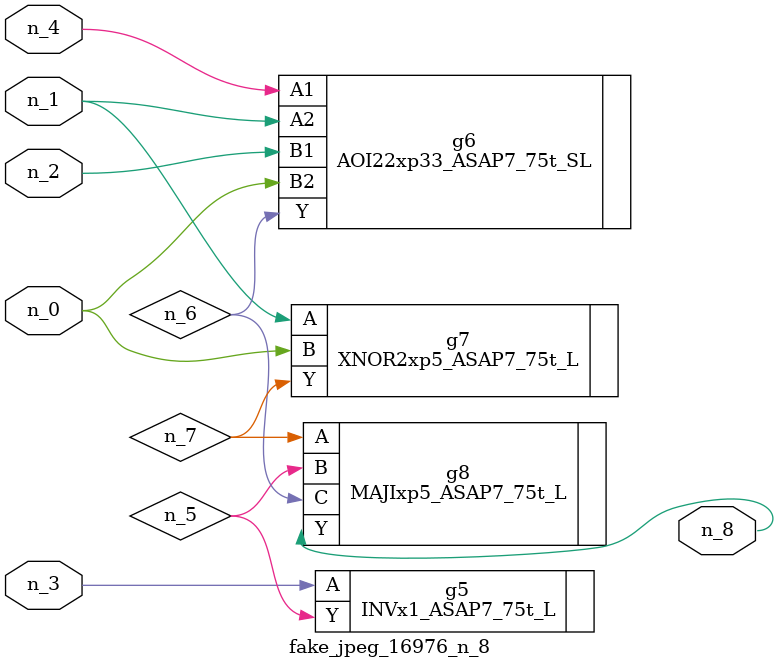
<source format=v>
module fake_jpeg_16976_n_8 (n_3, n_2, n_1, n_0, n_4, n_8);

input n_3;
input n_2;
input n_1;
input n_0;
input n_4;

output n_8;

wire n_6;
wire n_5;
wire n_7;

INVx1_ASAP7_75t_L g5 ( 
.A(n_3),
.Y(n_5)
);

AOI22xp33_ASAP7_75t_SL g6 ( 
.A1(n_4),
.A2(n_1),
.B1(n_2),
.B2(n_0),
.Y(n_6)
);

XNOR2xp5_ASAP7_75t_L g7 ( 
.A(n_1),
.B(n_0),
.Y(n_7)
);

MAJIxp5_ASAP7_75t_L g8 ( 
.A(n_7),
.B(n_5),
.C(n_6),
.Y(n_8)
);


endmodule
</source>
